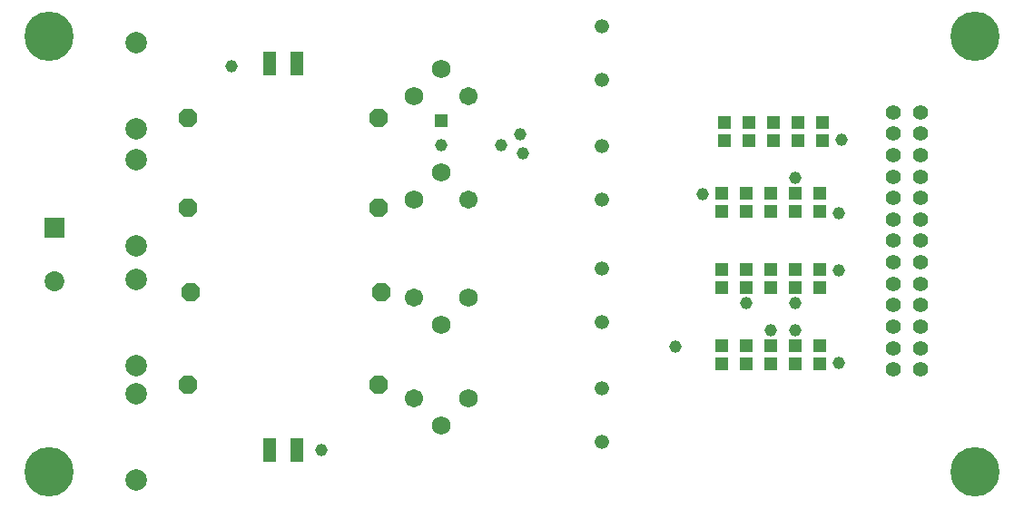
<source format=gts>
G75*
G70*
%OFA0B0*%
%FSLAX24Y24*%
%IPPOS*%
%LPD*%
%AMOC8*
5,1,8,0,0,1.08239X$1,22.5*
%
%ADD10C,0.1812*%
%ADD11R,0.0513X0.0474*%
%ADD12C,0.0789*%
%ADD13OC8,0.0680*%
%ADD14C,0.0523*%
%ADD15C,0.0552*%
%ADD16C,0.0671*%
%ADD17C,0.0680*%
%ADD18R,0.0730X0.0730*%
%ADD19C,0.0730*%
%ADD20R,0.0513X0.0867*%
%ADD21C,0.0456*%
%ADD22R,0.0456X0.0456*%
D10*
X048508Y002168D03*
X082508Y002168D03*
X082508Y018168D03*
X048508Y018168D03*
D11*
X073308Y015003D03*
X074208Y015003D03*
X075108Y015003D03*
X076008Y015003D03*
X076908Y015003D03*
X076908Y014334D03*
X076008Y014334D03*
X075108Y014334D03*
X074208Y014334D03*
X073308Y014334D03*
X073208Y012403D03*
X074108Y012403D03*
X075008Y012403D03*
X075908Y012403D03*
X076808Y012403D03*
X076808Y011734D03*
X075908Y011734D03*
X075008Y011734D03*
X074108Y011734D03*
X073208Y011734D03*
X073208Y009603D03*
X074108Y009603D03*
X075008Y009603D03*
X075908Y009603D03*
X076808Y009603D03*
X076808Y008934D03*
X075908Y008934D03*
X075008Y008934D03*
X074108Y008934D03*
X073208Y008934D03*
X073208Y006803D03*
X074108Y006803D03*
X075008Y006803D03*
X075908Y006803D03*
X076808Y006803D03*
X076808Y006134D03*
X075908Y006134D03*
X075008Y006134D03*
X074108Y006134D03*
X073208Y006134D03*
D12*
X051708Y006094D03*
X051708Y005043D03*
X051708Y001894D03*
X051708Y009243D03*
X051708Y010494D03*
X051708Y013643D03*
X051708Y014794D03*
X051708Y017943D03*
D13*
X053608Y015168D03*
X060608Y015168D03*
X060608Y011868D03*
X053608Y011868D03*
X053708Y008768D03*
X060708Y008768D03*
X060608Y005368D03*
X053608Y005368D03*
D14*
X068808Y005237D03*
X068808Y003268D03*
X068808Y007668D03*
X068808Y009637D03*
X068808Y012168D03*
X068808Y014137D03*
X068808Y016568D03*
X068808Y018537D03*
D15*
X079508Y015393D03*
X080492Y015393D03*
X080492Y014605D03*
X079508Y014605D03*
X079508Y013818D03*
X080492Y013818D03*
X080492Y013031D03*
X079508Y013031D03*
X079508Y012243D03*
X080492Y012243D03*
X080492Y011456D03*
X079508Y011456D03*
X079508Y010668D03*
X080492Y010668D03*
X080492Y009881D03*
X079508Y009881D03*
X079508Y009094D03*
X080492Y009094D03*
X080492Y008306D03*
X079508Y008306D03*
X079508Y007519D03*
X080492Y007519D03*
X080492Y006731D03*
X079508Y006731D03*
X079508Y005944D03*
X080492Y005944D03*
D16*
X061908Y004868D03*
X061908Y008568D03*
X063908Y012168D03*
X063908Y015968D03*
D17*
X061908Y015968D03*
X062908Y016968D03*
X062908Y013168D03*
X061908Y012168D03*
X063908Y008568D03*
X062908Y007568D03*
X063908Y004868D03*
X062908Y003868D03*
D18*
X048708Y011153D03*
D19*
X048708Y009184D03*
D20*
X056596Y002968D03*
X057619Y002968D03*
X057619Y017168D03*
X056596Y017168D03*
D21*
X055208Y017068D03*
X065808Y014568D03*
X065108Y014168D03*
X065908Y013868D03*
X062908Y014168D03*
X072508Y012368D03*
X075908Y012968D03*
X077508Y011668D03*
X077508Y009568D03*
X075908Y008368D03*
X075908Y008368D03*
X074108Y008368D03*
X074108Y008368D03*
X075008Y007368D03*
X075008Y007368D03*
X075908Y007368D03*
X071508Y006768D03*
X077508Y006168D03*
X058508Y002968D03*
X077608Y014368D03*
D22*
X062908Y015068D03*
M02*

</source>
